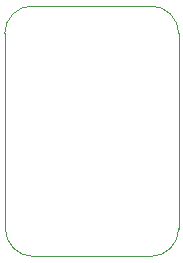
<source format=gbr>
G04 #@! TF.GenerationSoftware,KiCad,Pcbnew,(5.1.9)-1*
G04 #@! TF.CreationDate,2021-04-22T03:11:02+04:00*
G04 #@! TF.ProjectId,USB-C breakout,5553422d-4320-4627-9265-616b6f75742e,rev?*
G04 #@! TF.SameCoordinates,Original*
G04 #@! TF.FileFunction,Profile,NP*
%FSLAX46Y46*%
G04 Gerber Fmt 4.6, Leading zero omitted, Abs format (unit mm)*
G04 Created by KiCad (PCBNEW (5.1.9)-1) date 2021-04-22 03:11:02*
%MOMM*%
%LPD*%
G01*
G04 APERTURE LIST*
G04 #@! TA.AperFunction,Profile*
%ADD10C,0.050000*%
G04 #@! TD*
G04 APERTURE END LIST*
D10*
X108077000Y-48514000D02*
X118173500Y-48514000D01*
X108140500Y-69723000D02*
X118173500Y-69723000D01*
X105727500Y-50800000D02*
X105791000Y-67437000D01*
X120459500Y-50800000D02*
X120459500Y-67373500D01*
X108140500Y-69723000D02*
G75*
G02*
X105791000Y-67373500I0J2349500D01*
G01*
X120459500Y-67373500D02*
G75*
G02*
X118110000Y-69723000I-2349500J0D01*
G01*
X105727500Y-50863500D02*
G75*
G02*
X108077000Y-48514000I2349500J0D01*
G01*
X118110000Y-48514000D02*
G75*
G02*
X120459500Y-50863500I0J-2349500D01*
G01*
M02*

</source>
